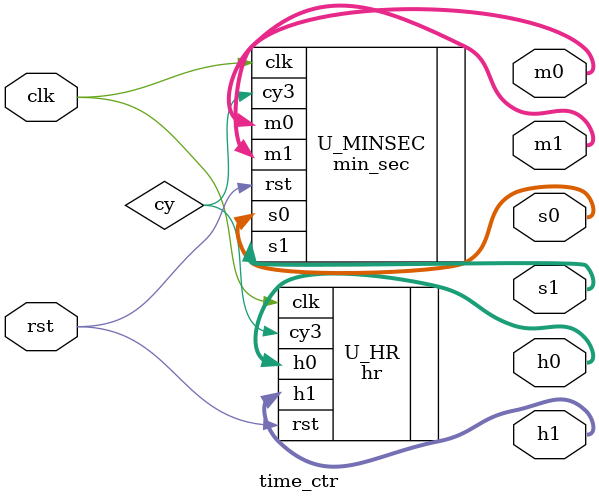
<source format=sv>
`timescale 1ns / 1ps

module time_ctr(
input logic rst, clk ,
output logic [3:0] s0,s1, m0, m1,h1,h0
    );
 
  logic cy;
    hr U_HR(.clk,.rst,.h1,.h0,.cy3(cy));
    min_sec U_MINSEC(.rst, .clk,.s0,.s1,.m0,.m1,.cy3(cy));
endmodule

</source>
